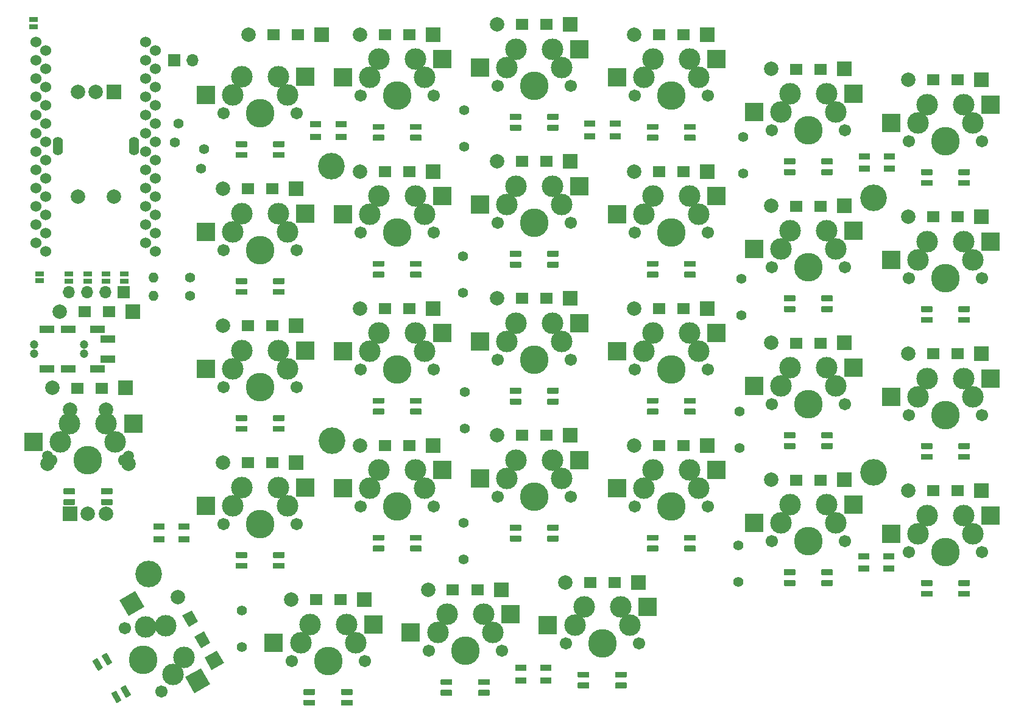
<source format=gbs>
%TF.GenerationSoftware,KiCad,Pcbnew,(5.1.9)-1*%
%TF.CreationDate,2021-12-03T15:32:29+01:00*%
%TF.ProjectId,Lotus58_Glow,4c6f7475-7335-4385-9f47-6c6f772e6b69,v1.21*%
%TF.SameCoordinates,Original*%
%TF.FileFunction,Soldermask,Bot*%
%TF.FilePolarity,Negative*%
%FSLAX46Y46*%
G04 Gerber Fmt 4.6, Leading zero omitted, Abs format (unit mm)*
G04 Created by KiCad (PCBNEW (5.1.9)-1) date 2021-12-03 15:32:29*
%MOMM*%
%LPD*%
G01*
G04 APERTURE LIST*
%ADD10R,2.000000X2.000000*%
%ADD11C,2.000000*%
%ADD12O,1.400000X2.600000*%
%ADD13C,1.524000*%
%ADD14R,1.998980X1.998980*%
%ADD15C,1.998980*%
%ADD16R,1.800000X1.500000*%
%ADD17O,1.700000X1.700000*%
%ADD18R,1.700000X1.700000*%
%ADD19C,1.500000*%
%ADD20R,1.600000X0.850000*%
%ADD21C,1.701800*%
%ADD22C,3.987800*%
%ADD23C,3.000000*%
%ADD24R,2.550000X2.500000*%
%ADD25O,1.400000X1.400000*%
%ADD26C,1.400000*%
%ADD27C,1.397000*%
%ADD28R,1.143000X0.635000*%
%ADD29C,3.700000*%
%ADD30C,0.100000*%
%ADD31C,1.200000*%
%ADD32R,2.100000X1.000000*%
G04 APERTURE END LIST*
D10*
X94067000Y-47094000D03*
D11*
X91567000Y-47094000D03*
X89067000Y-47094000D03*
D12*
X96867000Y-54594000D03*
X86267000Y-54594000D03*
D11*
X94067000Y-61594000D03*
X89067000Y-61594000D03*
D13*
X84584815Y-46405745D03*
X99824815Y-64185745D03*
X84584815Y-56565745D03*
X99824815Y-54025745D03*
X99824815Y-48945745D03*
X84584815Y-66725745D03*
X99824815Y-46405745D03*
X99824815Y-41325745D03*
X84584815Y-61645745D03*
X99824815Y-69265745D03*
X84584815Y-54025745D03*
X84584815Y-43865745D03*
X84584815Y-48945745D03*
X84584815Y-51485745D03*
X84584815Y-64185745D03*
X84584815Y-59105745D03*
X99824815Y-61645745D03*
X99824815Y-59105745D03*
X84584815Y-69265745D03*
X99824815Y-66725745D03*
X99824815Y-43865745D03*
X84584815Y-41325745D03*
X99824815Y-56565745D03*
X99824815Y-51485745D03*
X83286000Y-40130000D03*
X83286000Y-42670000D03*
X83286000Y-45210000D03*
X83286000Y-47750000D03*
X83286000Y-50290000D03*
X83286000Y-52830000D03*
X83286000Y-55370000D03*
X83286000Y-57910000D03*
X83286000Y-60450000D03*
X83286000Y-62990000D03*
X83286000Y-65530000D03*
X83286000Y-68070000D03*
X98526000Y-68070000D03*
X98526000Y-65530000D03*
X98526000Y-62990000D03*
X98526000Y-60450000D03*
X98526000Y-57910000D03*
X98526000Y-55370000D03*
X98526000Y-52830000D03*
X98526000Y-50290000D03*
X98526000Y-47750000D03*
X98526000Y-45210000D03*
X98526000Y-42670000D03*
X98526000Y-40130000D03*
D14*
X96730000Y-77662540D03*
D15*
X86570000Y-77662540D03*
D16*
X93430000Y-77660000D03*
X90030000Y-77660000D03*
D17*
X87820500Y-74943500D03*
X90360500Y-74943500D03*
X92900500Y-74943500D03*
D18*
X95440500Y-74943500D03*
D11*
X96074800Y-98825300D03*
D19*
X96074800Y-97745300D03*
X84874800Y-97745300D03*
D10*
X87974800Y-105785300D03*
D11*
X90474800Y-105785300D03*
X92974800Y-105785300D03*
X87974800Y-91285300D03*
X92974800Y-91285300D03*
X84874800Y-98825300D03*
D20*
X122138500Y-51576000D03*
X122138500Y-53326000D03*
X125638500Y-53326000D03*
X125638500Y-51576000D03*
X160238500Y-51512500D03*
X160238500Y-53262500D03*
X163738500Y-53262500D03*
X163738500Y-51512500D03*
X198402000Y-56021000D03*
X198402000Y-57771000D03*
X201902000Y-57771000D03*
X201902000Y-56021000D03*
X201775000Y-111647000D03*
X201775000Y-113397000D03*
X198275000Y-111647000D03*
X198275000Y-113397000D03*
X154150000Y-128954500D03*
X154150000Y-127204500D03*
X150650000Y-127204500D03*
X150650000Y-128954500D03*
X100358000Y-107519500D03*
X100358000Y-109269500D03*
X103858000Y-109269500D03*
X103858000Y-107519500D03*
D14*
X122960000Y-39107460D03*
D15*
X112800000Y-39107460D03*
D16*
X119660000Y-39110000D03*
X116260000Y-39110000D03*
D21*
X147420000Y-46210000D03*
X157580000Y-46210000D03*
D22*
X152500000Y-46210000D03*
D23*
X148690000Y-43670000D03*
X155040000Y-41130000D03*
X149960000Y-41130000D03*
X156310000Y-43670000D03*
D24*
X158790000Y-41130000D03*
X144940000Y-43670000D03*
D25*
X99568000Y-75438000D03*
D26*
X104648000Y-75438000D03*
D25*
X99568000Y-72898000D03*
D26*
X104648000Y-72898000D03*
D17*
X105030000Y-42660000D03*
D18*
X102490000Y-42660000D03*
D27*
X111840000Y-124300000D03*
X111840000Y-119220000D03*
X180830000Y-110120000D03*
X180830000Y-115200000D03*
X142720000Y-106990000D03*
X142720000Y-112070000D03*
X181000000Y-96620000D03*
X181000000Y-91540000D03*
X142820000Y-93900000D03*
X142820000Y-88820000D03*
X181300000Y-78150000D03*
X181300000Y-73070000D03*
X142570000Y-69940000D03*
X142570000Y-75020000D03*
X181540000Y-58440000D03*
X181540000Y-53360000D03*
X142750000Y-54690000D03*
X142750000Y-49610000D03*
G36*
G01*
X160068000Y-128540001D02*
X158632000Y-128540001D01*
G75*
G02*
X158550000Y-128458001I0J82000D01*
G01*
X158550000Y-127802001D01*
G75*
G02*
X158632000Y-127720001I82000J0D01*
G01*
X160068000Y-127720001D01*
G75*
G02*
X160150000Y-127802001I0J-82000D01*
G01*
X160150000Y-128458001D01*
G75*
G02*
X160068000Y-128540001I-82000J0D01*
G01*
G37*
G36*
G01*
X160068000Y-130040001D02*
X158632000Y-130040001D01*
G75*
G02*
X158550000Y-129958001I0J82000D01*
G01*
X158550000Y-129302001D01*
G75*
G02*
X158632000Y-129220001I82000J0D01*
G01*
X160068000Y-129220001D01*
G75*
G02*
X160150000Y-129302001I0J-82000D01*
G01*
X160150000Y-129958001D01*
G75*
G02*
X160068000Y-130040001I-82000J0D01*
G01*
G37*
G36*
G01*
X165268000Y-128540001D02*
X163832000Y-128540001D01*
G75*
G02*
X163750000Y-128458001I0J82000D01*
G01*
X163750000Y-127802001D01*
G75*
G02*
X163832000Y-127720001I82000J0D01*
G01*
X165268000Y-127720001D01*
G75*
G02*
X165350000Y-127802001I0J-82000D01*
G01*
X165350000Y-128458001D01*
G75*
G02*
X165268000Y-128540001I-82000J0D01*
G01*
G37*
G36*
G01*
X165268000Y-130040001D02*
X163832000Y-130040001D01*
G75*
G02*
X163750000Y-129958001I0J82000D01*
G01*
X163750000Y-129302001D01*
G75*
G02*
X163832000Y-129220001I82000J0D01*
G01*
X165268000Y-129220001D01*
G75*
G02*
X165350000Y-129302001I0J-82000D01*
G01*
X165350000Y-129958001D01*
G75*
G02*
X165268000Y-130040001I-82000J0D01*
G01*
G37*
G36*
G01*
X141015700Y-129568301D02*
X139579700Y-129568301D01*
G75*
G02*
X139497700Y-129486301I0J82000D01*
G01*
X139497700Y-128830301D01*
G75*
G02*
X139579700Y-128748301I82000J0D01*
G01*
X141015700Y-128748301D01*
G75*
G02*
X141097700Y-128830301I0J-82000D01*
G01*
X141097700Y-129486301D01*
G75*
G02*
X141015700Y-129568301I-82000J0D01*
G01*
G37*
G36*
G01*
X141015700Y-131068301D02*
X139579700Y-131068301D01*
G75*
G02*
X139497700Y-130986301I0J82000D01*
G01*
X139497700Y-130330301D01*
G75*
G02*
X139579700Y-130248301I82000J0D01*
G01*
X141015700Y-130248301D01*
G75*
G02*
X141097700Y-130330301I0J-82000D01*
G01*
X141097700Y-130986301D01*
G75*
G02*
X141015700Y-131068301I-82000J0D01*
G01*
G37*
G36*
G01*
X146215700Y-129568301D02*
X144779700Y-129568301D01*
G75*
G02*
X144697700Y-129486301I0J82000D01*
G01*
X144697700Y-128830301D01*
G75*
G02*
X144779700Y-128748301I82000J0D01*
G01*
X146215700Y-128748301D01*
G75*
G02*
X146297700Y-128830301I0J-82000D01*
G01*
X146297700Y-129486301D01*
G75*
G02*
X146215700Y-129568301I-82000J0D01*
G01*
G37*
G36*
G01*
X146215700Y-131068301D02*
X144779700Y-131068301D01*
G75*
G02*
X144697700Y-130986301I0J82000D01*
G01*
X144697700Y-130330301D01*
G75*
G02*
X144779700Y-130248301I82000J0D01*
G01*
X146215700Y-130248301D01*
G75*
G02*
X146297700Y-130330301I0J-82000D01*
G01*
X146297700Y-130986301D01*
G75*
G02*
X146215700Y-131068301I-82000J0D01*
G01*
G37*
G36*
G01*
X121968000Y-130940001D02*
X120532000Y-130940001D01*
G75*
G02*
X120450000Y-130858001I0J82000D01*
G01*
X120450000Y-130202001D01*
G75*
G02*
X120532000Y-130120001I82000J0D01*
G01*
X121968000Y-130120001D01*
G75*
G02*
X122050000Y-130202001I0J-82000D01*
G01*
X122050000Y-130858001D01*
G75*
G02*
X121968000Y-130940001I-82000J0D01*
G01*
G37*
G36*
G01*
X121968000Y-132440001D02*
X120532000Y-132440001D01*
G75*
G02*
X120450000Y-132358001I0J82000D01*
G01*
X120450000Y-131702001D01*
G75*
G02*
X120532000Y-131620001I82000J0D01*
G01*
X121968000Y-131620001D01*
G75*
G02*
X122050000Y-131702001I0J-82000D01*
G01*
X122050000Y-132358001D01*
G75*
G02*
X121968000Y-132440001I-82000J0D01*
G01*
G37*
G36*
G01*
X127168000Y-130940001D02*
X125732000Y-130940001D01*
G75*
G02*
X125650000Y-130858001I0J82000D01*
G01*
X125650000Y-130202001D01*
G75*
G02*
X125732000Y-130120001I82000J0D01*
G01*
X127168000Y-130120001D01*
G75*
G02*
X127250000Y-130202001I0J-82000D01*
G01*
X127250000Y-130858001D01*
G75*
G02*
X127168000Y-130940001I-82000J0D01*
G01*
G37*
G36*
G01*
X127168000Y-132440001D02*
X125732000Y-132440001D01*
G75*
G02*
X125650000Y-132358001I0J82000D01*
G01*
X125650000Y-131702001D01*
G75*
G02*
X125732000Y-131620001I82000J0D01*
G01*
X127168000Y-131620001D01*
G75*
G02*
X127250000Y-131702001I0J-82000D01*
G01*
X127250000Y-132358001D01*
G75*
G02*
X127168000Y-132440001I-82000J0D01*
G01*
G37*
G36*
G01*
X93125039Y-126787639D02*
X92407039Y-125544027D01*
G75*
G02*
X92437053Y-125432013I71014J41000D01*
G01*
X93005165Y-125104013D01*
G75*
G02*
X93117179Y-125134027I41000J-71014D01*
G01*
X93835179Y-126377639D01*
G75*
G02*
X93805165Y-126489653I-71014J-41000D01*
G01*
X93237053Y-126817653D01*
G75*
G02*
X93125039Y-126787639I-41000J71014D01*
G01*
G37*
G36*
G01*
X91826001Y-127537639D02*
X91108001Y-126294027D01*
G75*
G02*
X91138015Y-126182013I71014J41000D01*
G01*
X91706127Y-125854013D01*
G75*
G02*
X91818141Y-125884027I41000J-71014D01*
G01*
X92536141Y-127127639D01*
G75*
G02*
X92506127Y-127239653I-71014J-41000D01*
G01*
X91938015Y-127567653D01*
G75*
G02*
X91826001Y-127537639I-41000J71014D01*
G01*
G37*
G36*
G01*
X95725039Y-131290972D02*
X95007039Y-130047360D01*
G75*
G02*
X95037053Y-129935346I71014J41000D01*
G01*
X95605165Y-129607346D01*
G75*
G02*
X95717179Y-129637360I41000J-71014D01*
G01*
X96435179Y-130880972D01*
G75*
G02*
X96405165Y-130992986I-71014J-41000D01*
G01*
X95837053Y-131320986D01*
G75*
G02*
X95725039Y-131290972I-41000J71014D01*
G01*
G37*
G36*
G01*
X94426001Y-132040972D02*
X93708001Y-130797360D01*
G75*
G02*
X93738015Y-130685346I71014J41000D01*
G01*
X94306127Y-130357346D01*
G75*
G02*
X94418141Y-130387360I41000J-71014D01*
G01*
X95136141Y-131630972D01*
G75*
G02*
X95106127Y-131742986I-71014J-41000D01*
G01*
X94538015Y-132070986D01*
G75*
G02*
X94426001Y-132040972I-41000J71014D01*
G01*
G37*
G36*
G01*
X92356800Y-103705299D02*
X93792800Y-103705299D01*
G75*
G02*
X93874800Y-103787299I0J-82000D01*
G01*
X93874800Y-104443299D01*
G75*
G02*
X93792800Y-104525299I-82000J0D01*
G01*
X92356800Y-104525299D01*
G75*
G02*
X92274800Y-104443299I0J82000D01*
G01*
X92274800Y-103787299D01*
G75*
G02*
X92356800Y-103705299I82000J0D01*
G01*
G37*
G36*
G01*
X92356800Y-102205299D02*
X93792800Y-102205299D01*
G75*
G02*
X93874800Y-102287299I0J-82000D01*
G01*
X93874800Y-102943299D01*
G75*
G02*
X93792800Y-103025299I-82000J0D01*
G01*
X92356800Y-103025299D01*
G75*
G02*
X92274800Y-102943299I0J82000D01*
G01*
X92274800Y-102287299D01*
G75*
G02*
X92356800Y-102205299I82000J0D01*
G01*
G37*
G36*
G01*
X87156800Y-103705299D02*
X88592800Y-103705299D01*
G75*
G02*
X88674800Y-103787299I0J-82000D01*
G01*
X88674800Y-104443299D01*
G75*
G02*
X88592800Y-104525299I-82000J0D01*
G01*
X87156800Y-104525299D01*
G75*
G02*
X87074800Y-104443299I0J82000D01*
G01*
X87074800Y-103787299D01*
G75*
G02*
X87156800Y-103705299I82000J0D01*
G01*
G37*
G36*
G01*
X87156800Y-102205299D02*
X88592800Y-102205299D01*
G75*
G02*
X88674800Y-102287299I0J-82000D01*
G01*
X88674800Y-102943299D01*
G75*
G02*
X88592800Y-103025299I-82000J0D01*
G01*
X87156800Y-103025299D01*
G75*
G02*
X87074800Y-102943299I0J82000D01*
G01*
X87074800Y-102287299D01*
G75*
G02*
X87156800Y-102205299I82000J0D01*
G01*
G37*
G36*
G01*
X211532000Y-116469999D02*
X212968000Y-116469999D01*
G75*
G02*
X213050000Y-116551999I0J-82000D01*
G01*
X213050000Y-117207999D01*
G75*
G02*
X212968000Y-117289999I-82000J0D01*
G01*
X211532000Y-117289999D01*
G75*
G02*
X211450000Y-117207999I0J82000D01*
G01*
X211450000Y-116551999D01*
G75*
G02*
X211532000Y-116469999I82000J0D01*
G01*
G37*
G36*
G01*
X211532000Y-114969999D02*
X212968000Y-114969999D01*
G75*
G02*
X213050000Y-115051999I0J-82000D01*
G01*
X213050000Y-115707999D01*
G75*
G02*
X212968000Y-115789999I-82000J0D01*
G01*
X211532000Y-115789999D01*
G75*
G02*
X211450000Y-115707999I0J82000D01*
G01*
X211450000Y-115051999D01*
G75*
G02*
X211532000Y-114969999I82000J0D01*
G01*
G37*
G36*
G01*
X206332000Y-116469999D02*
X207768000Y-116469999D01*
G75*
G02*
X207850000Y-116551999I0J-82000D01*
G01*
X207850000Y-117207999D01*
G75*
G02*
X207768000Y-117289999I-82000J0D01*
G01*
X206332000Y-117289999D01*
G75*
G02*
X206250000Y-117207999I0J82000D01*
G01*
X206250000Y-116551999D01*
G75*
G02*
X206332000Y-116469999I82000J0D01*
G01*
G37*
G36*
G01*
X206332000Y-114969999D02*
X207768000Y-114969999D01*
G75*
G02*
X207850000Y-115051999I0J-82000D01*
G01*
X207850000Y-115707999D01*
G75*
G02*
X207768000Y-115789999I-82000J0D01*
G01*
X206332000Y-115789999D01*
G75*
G02*
X206250000Y-115707999I0J82000D01*
G01*
X206250000Y-115051999D01*
G75*
G02*
X206332000Y-114969999I82000J0D01*
G01*
G37*
G36*
G01*
X192482000Y-114969999D02*
X193918000Y-114969999D01*
G75*
G02*
X194000000Y-115051999I0J-82000D01*
G01*
X194000000Y-115707999D01*
G75*
G02*
X193918000Y-115789999I-82000J0D01*
G01*
X192482000Y-115789999D01*
G75*
G02*
X192400000Y-115707999I0J82000D01*
G01*
X192400000Y-115051999D01*
G75*
G02*
X192482000Y-114969999I82000J0D01*
G01*
G37*
G36*
G01*
X192482000Y-113469999D02*
X193918000Y-113469999D01*
G75*
G02*
X194000000Y-113551999I0J-82000D01*
G01*
X194000000Y-114207999D01*
G75*
G02*
X193918000Y-114289999I-82000J0D01*
G01*
X192482000Y-114289999D01*
G75*
G02*
X192400000Y-114207999I0J82000D01*
G01*
X192400000Y-113551999D01*
G75*
G02*
X192482000Y-113469999I82000J0D01*
G01*
G37*
G36*
G01*
X187282000Y-114969999D02*
X188718000Y-114969999D01*
G75*
G02*
X188800000Y-115051999I0J-82000D01*
G01*
X188800000Y-115707999D01*
G75*
G02*
X188718000Y-115789999I-82000J0D01*
G01*
X187282000Y-115789999D01*
G75*
G02*
X187200000Y-115707999I0J82000D01*
G01*
X187200000Y-115051999D01*
G75*
G02*
X187282000Y-114969999I82000J0D01*
G01*
G37*
G36*
G01*
X187282000Y-113469999D02*
X188718000Y-113469999D01*
G75*
G02*
X188800000Y-113551999I0J-82000D01*
G01*
X188800000Y-114207999D01*
G75*
G02*
X188718000Y-114289999I-82000J0D01*
G01*
X187282000Y-114289999D01*
G75*
G02*
X187200000Y-114207999I0J82000D01*
G01*
X187200000Y-113551999D01*
G75*
G02*
X187282000Y-113469999I82000J0D01*
G01*
G37*
G36*
G01*
X173432000Y-110169999D02*
X174868000Y-110169999D01*
G75*
G02*
X174950000Y-110251999I0J-82000D01*
G01*
X174950000Y-110907999D01*
G75*
G02*
X174868000Y-110989999I-82000J0D01*
G01*
X173432000Y-110989999D01*
G75*
G02*
X173350000Y-110907999I0J82000D01*
G01*
X173350000Y-110251999D01*
G75*
G02*
X173432000Y-110169999I82000J0D01*
G01*
G37*
G36*
G01*
X173432000Y-108669999D02*
X174868000Y-108669999D01*
G75*
G02*
X174950000Y-108751999I0J-82000D01*
G01*
X174950000Y-109407999D01*
G75*
G02*
X174868000Y-109489999I-82000J0D01*
G01*
X173432000Y-109489999D01*
G75*
G02*
X173350000Y-109407999I0J82000D01*
G01*
X173350000Y-108751999D01*
G75*
G02*
X173432000Y-108669999I82000J0D01*
G01*
G37*
G36*
G01*
X168232000Y-110169999D02*
X169668000Y-110169999D01*
G75*
G02*
X169750000Y-110251999I0J-82000D01*
G01*
X169750000Y-110907999D01*
G75*
G02*
X169668000Y-110989999I-82000J0D01*
G01*
X168232000Y-110989999D01*
G75*
G02*
X168150000Y-110907999I0J82000D01*
G01*
X168150000Y-110251999D01*
G75*
G02*
X168232000Y-110169999I82000J0D01*
G01*
G37*
G36*
G01*
X168232000Y-108669999D02*
X169668000Y-108669999D01*
G75*
G02*
X169750000Y-108751999I0J-82000D01*
G01*
X169750000Y-109407999D01*
G75*
G02*
X169668000Y-109489999I-82000J0D01*
G01*
X168232000Y-109489999D01*
G75*
G02*
X168150000Y-109407999I0J82000D01*
G01*
X168150000Y-108751999D01*
G75*
G02*
X168232000Y-108669999I82000J0D01*
G01*
G37*
G36*
G01*
X154382000Y-108779999D02*
X155818000Y-108779999D01*
G75*
G02*
X155900000Y-108861999I0J-82000D01*
G01*
X155900000Y-109517999D01*
G75*
G02*
X155818000Y-109599999I-82000J0D01*
G01*
X154382000Y-109599999D01*
G75*
G02*
X154300000Y-109517999I0J82000D01*
G01*
X154300000Y-108861999D01*
G75*
G02*
X154382000Y-108779999I82000J0D01*
G01*
G37*
G36*
G01*
X154382000Y-107279999D02*
X155818000Y-107279999D01*
G75*
G02*
X155900000Y-107361999I0J-82000D01*
G01*
X155900000Y-108017999D01*
G75*
G02*
X155818000Y-108099999I-82000J0D01*
G01*
X154382000Y-108099999D01*
G75*
G02*
X154300000Y-108017999I0J82000D01*
G01*
X154300000Y-107361999D01*
G75*
G02*
X154382000Y-107279999I82000J0D01*
G01*
G37*
G36*
G01*
X149182000Y-108779999D02*
X150618000Y-108779999D01*
G75*
G02*
X150700000Y-108861999I0J-82000D01*
G01*
X150700000Y-109517999D01*
G75*
G02*
X150618000Y-109599999I-82000J0D01*
G01*
X149182000Y-109599999D01*
G75*
G02*
X149100000Y-109517999I0J82000D01*
G01*
X149100000Y-108861999D01*
G75*
G02*
X149182000Y-108779999I82000J0D01*
G01*
G37*
G36*
G01*
X149182000Y-107279999D02*
X150618000Y-107279999D01*
G75*
G02*
X150700000Y-107361999I0J-82000D01*
G01*
X150700000Y-108017999D01*
G75*
G02*
X150618000Y-108099999I-82000J0D01*
G01*
X149182000Y-108099999D01*
G75*
G02*
X149100000Y-108017999I0J82000D01*
G01*
X149100000Y-107361999D01*
G75*
G02*
X149182000Y-107279999I82000J0D01*
G01*
G37*
G36*
G01*
X135332000Y-110169999D02*
X136768000Y-110169999D01*
G75*
G02*
X136850000Y-110251999I0J-82000D01*
G01*
X136850000Y-110907999D01*
G75*
G02*
X136768000Y-110989999I-82000J0D01*
G01*
X135332000Y-110989999D01*
G75*
G02*
X135250000Y-110907999I0J82000D01*
G01*
X135250000Y-110251999D01*
G75*
G02*
X135332000Y-110169999I82000J0D01*
G01*
G37*
G36*
G01*
X135332000Y-108669999D02*
X136768000Y-108669999D01*
G75*
G02*
X136850000Y-108751999I0J-82000D01*
G01*
X136850000Y-109407999D01*
G75*
G02*
X136768000Y-109489999I-82000J0D01*
G01*
X135332000Y-109489999D01*
G75*
G02*
X135250000Y-109407999I0J82000D01*
G01*
X135250000Y-108751999D01*
G75*
G02*
X135332000Y-108669999I82000J0D01*
G01*
G37*
G36*
G01*
X130132000Y-110169999D02*
X131568000Y-110169999D01*
G75*
G02*
X131650000Y-110251999I0J-82000D01*
G01*
X131650000Y-110907999D01*
G75*
G02*
X131568000Y-110989999I-82000J0D01*
G01*
X130132000Y-110989999D01*
G75*
G02*
X130050000Y-110907999I0J82000D01*
G01*
X130050000Y-110251999D01*
G75*
G02*
X130132000Y-110169999I82000J0D01*
G01*
G37*
G36*
G01*
X130132000Y-108669999D02*
X131568000Y-108669999D01*
G75*
G02*
X131650000Y-108751999I0J-82000D01*
G01*
X131650000Y-109407999D01*
G75*
G02*
X131568000Y-109489999I-82000J0D01*
G01*
X130132000Y-109489999D01*
G75*
G02*
X130050000Y-109407999I0J82000D01*
G01*
X130050000Y-108751999D01*
G75*
G02*
X130132000Y-108669999I82000J0D01*
G01*
G37*
G36*
G01*
X116282000Y-112569999D02*
X117718000Y-112569999D01*
G75*
G02*
X117800000Y-112651999I0J-82000D01*
G01*
X117800000Y-113307999D01*
G75*
G02*
X117718000Y-113389999I-82000J0D01*
G01*
X116282000Y-113389999D01*
G75*
G02*
X116200000Y-113307999I0J82000D01*
G01*
X116200000Y-112651999D01*
G75*
G02*
X116282000Y-112569999I82000J0D01*
G01*
G37*
G36*
G01*
X116282000Y-111069999D02*
X117718000Y-111069999D01*
G75*
G02*
X117800000Y-111151999I0J-82000D01*
G01*
X117800000Y-111807999D01*
G75*
G02*
X117718000Y-111889999I-82000J0D01*
G01*
X116282000Y-111889999D01*
G75*
G02*
X116200000Y-111807999I0J82000D01*
G01*
X116200000Y-111151999D01*
G75*
G02*
X116282000Y-111069999I82000J0D01*
G01*
G37*
G36*
G01*
X111082000Y-112569999D02*
X112518000Y-112569999D01*
G75*
G02*
X112600000Y-112651999I0J-82000D01*
G01*
X112600000Y-113307999D01*
G75*
G02*
X112518000Y-113389999I-82000J0D01*
G01*
X111082000Y-113389999D01*
G75*
G02*
X111000000Y-113307999I0J82000D01*
G01*
X111000000Y-112651999D01*
G75*
G02*
X111082000Y-112569999I82000J0D01*
G01*
G37*
G36*
G01*
X111082000Y-111069999D02*
X112518000Y-111069999D01*
G75*
G02*
X112600000Y-111151999I0J-82000D01*
G01*
X112600000Y-111807999D01*
G75*
G02*
X112518000Y-111889999I-82000J0D01*
G01*
X111082000Y-111889999D01*
G75*
G02*
X111000000Y-111807999I0J82000D01*
G01*
X111000000Y-111151999D01*
G75*
G02*
X111082000Y-111069999I82000J0D01*
G01*
G37*
G36*
G01*
X207768000Y-96740001D02*
X206332000Y-96740001D01*
G75*
G02*
X206250000Y-96658001I0J82000D01*
G01*
X206250000Y-96002001D01*
G75*
G02*
X206332000Y-95920001I82000J0D01*
G01*
X207768000Y-95920001D01*
G75*
G02*
X207850000Y-96002001I0J-82000D01*
G01*
X207850000Y-96658001D01*
G75*
G02*
X207768000Y-96740001I-82000J0D01*
G01*
G37*
G36*
G01*
X207768000Y-98240001D02*
X206332000Y-98240001D01*
G75*
G02*
X206250000Y-98158001I0J82000D01*
G01*
X206250000Y-97502001D01*
G75*
G02*
X206332000Y-97420001I82000J0D01*
G01*
X207768000Y-97420001D01*
G75*
G02*
X207850000Y-97502001I0J-82000D01*
G01*
X207850000Y-98158001D01*
G75*
G02*
X207768000Y-98240001I-82000J0D01*
G01*
G37*
G36*
G01*
X212968000Y-96740001D02*
X211532000Y-96740001D01*
G75*
G02*
X211450000Y-96658001I0J82000D01*
G01*
X211450000Y-96002001D01*
G75*
G02*
X211532000Y-95920001I82000J0D01*
G01*
X212968000Y-95920001D01*
G75*
G02*
X213050000Y-96002001I0J-82000D01*
G01*
X213050000Y-96658001D01*
G75*
G02*
X212968000Y-96740001I-82000J0D01*
G01*
G37*
G36*
G01*
X212968000Y-98240001D02*
X211532000Y-98240001D01*
G75*
G02*
X211450000Y-98158001I0J82000D01*
G01*
X211450000Y-97502001D01*
G75*
G02*
X211532000Y-97420001I82000J0D01*
G01*
X212968000Y-97420001D01*
G75*
G02*
X213050000Y-97502001I0J-82000D01*
G01*
X213050000Y-98158001D01*
G75*
G02*
X212968000Y-98240001I-82000J0D01*
G01*
G37*
G36*
G01*
X188718000Y-95240001D02*
X187282000Y-95240001D01*
G75*
G02*
X187200000Y-95158001I0J82000D01*
G01*
X187200000Y-94502001D01*
G75*
G02*
X187282000Y-94420001I82000J0D01*
G01*
X188718000Y-94420001D01*
G75*
G02*
X188800000Y-94502001I0J-82000D01*
G01*
X188800000Y-95158001D01*
G75*
G02*
X188718000Y-95240001I-82000J0D01*
G01*
G37*
G36*
G01*
X188718000Y-96740001D02*
X187282000Y-96740001D01*
G75*
G02*
X187200000Y-96658001I0J82000D01*
G01*
X187200000Y-96002001D01*
G75*
G02*
X187282000Y-95920001I82000J0D01*
G01*
X188718000Y-95920001D01*
G75*
G02*
X188800000Y-96002001I0J-82000D01*
G01*
X188800000Y-96658001D01*
G75*
G02*
X188718000Y-96740001I-82000J0D01*
G01*
G37*
G36*
G01*
X193918000Y-95240001D02*
X192482000Y-95240001D01*
G75*
G02*
X192400000Y-95158001I0J82000D01*
G01*
X192400000Y-94502001D01*
G75*
G02*
X192482000Y-94420001I82000J0D01*
G01*
X193918000Y-94420001D01*
G75*
G02*
X194000000Y-94502001I0J-82000D01*
G01*
X194000000Y-95158001D01*
G75*
G02*
X193918000Y-95240001I-82000J0D01*
G01*
G37*
G36*
G01*
X193918000Y-96740001D02*
X192482000Y-96740001D01*
G75*
G02*
X192400000Y-96658001I0J82000D01*
G01*
X192400000Y-96002001D01*
G75*
G02*
X192482000Y-95920001I82000J0D01*
G01*
X193918000Y-95920001D01*
G75*
G02*
X194000000Y-96002001I0J-82000D01*
G01*
X194000000Y-96658001D01*
G75*
G02*
X193918000Y-96740001I-82000J0D01*
G01*
G37*
G36*
G01*
X169668000Y-90440001D02*
X168232000Y-90440001D01*
G75*
G02*
X168150000Y-90358001I0J82000D01*
G01*
X168150000Y-89702001D01*
G75*
G02*
X168232000Y-89620001I82000J0D01*
G01*
X169668000Y-89620001D01*
G75*
G02*
X169750000Y-89702001I0J-82000D01*
G01*
X169750000Y-90358001D01*
G75*
G02*
X169668000Y-90440001I-82000J0D01*
G01*
G37*
G36*
G01*
X169668000Y-91940001D02*
X168232000Y-91940001D01*
G75*
G02*
X168150000Y-91858001I0J82000D01*
G01*
X168150000Y-91202001D01*
G75*
G02*
X168232000Y-91120001I82000J0D01*
G01*
X169668000Y-91120001D01*
G75*
G02*
X169750000Y-91202001I0J-82000D01*
G01*
X169750000Y-91858001D01*
G75*
G02*
X169668000Y-91940001I-82000J0D01*
G01*
G37*
G36*
G01*
X174868000Y-90440001D02*
X173432000Y-90440001D01*
G75*
G02*
X173350000Y-90358001I0J82000D01*
G01*
X173350000Y-89702001D01*
G75*
G02*
X173432000Y-89620001I82000J0D01*
G01*
X174868000Y-89620001D01*
G75*
G02*
X174950000Y-89702001I0J-82000D01*
G01*
X174950000Y-90358001D01*
G75*
G02*
X174868000Y-90440001I-82000J0D01*
G01*
G37*
G36*
G01*
X174868000Y-91940001D02*
X173432000Y-91940001D01*
G75*
G02*
X173350000Y-91858001I0J82000D01*
G01*
X173350000Y-91202001D01*
G75*
G02*
X173432000Y-91120001I82000J0D01*
G01*
X174868000Y-91120001D01*
G75*
G02*
X174950000Y-91202001I0J-82000D01*
G01*
X174950000Y-91858001D01*
G75*
G02*
X174868000Y-91940001I-82000J0D01*
G01*
G37*
G36*
G01*
X150618000Y-89050001D02*
X149182000Y-89050001D01*
G75*
G02*
X149100000Y-88968001I0J82000D01*
G01*
X149100000Y-88312001D01*
G75*
G02*
X149182000Y-88230001I82000J0D01*
G01*
X150618000Y-88230001D01*
G75*
G02*
X150700000Y-88312001I0J-82000D01*
G01*
X150700000Y-88968001D01*
G75*
G02*
X150618000Y-89050001I-82000J0D01*
G01*
G37*
G36*
G01*
X150618000Y-90550001D02*
X149182000Y-90550001D01*
G75*
G02*
X149100000Y-90468001I0J82000D01*
G01*
X149100000Y-89812001D01*
G75*
G02*
X149182000Y-89730001I82000J0D01*
G01*
X150618000Y-89730001D01*
G75*
G02*
X150700000Y-89812001I0J-82000D01*
G01*
X150700000Y-90468001D01*
G75*
G02*
X150618000Y-90550001I-82000J0D01*
G01*
G37*
G36*
G01*
X155818000Y-89050001D02*
X154382000Y-89050001D01*
G75*
G02*
X154300000Y-88968001I0J82000D01*
G01*
X154300000Y-88312001D01*
G75*
G02*
X154382000Y-88230001I82000J0D01*
G01*
X155818000Y-88230001D01*
G75*
G02*
X155900000Y-88312001I0J-82000D01*
G01*
X155900000Y-88968001D01*
G75*
G02*
X155818000Y-89050001I-82000J0D01*
G01*
G37*
G36*
G01*
X155818000Y-90550001D02*
X154382000Y-90550001D01*
G75*
G02*
X154300000Y-90468001I0J82000D01*
G01*
X154300000Y-89812001D01*
G75*
G02*
X154382000Y-89730001I82000J0D01*
G01*
X155818000Y-89730001D01*
G75*
G02*
X155900000Y-89812001I0J-82000D01*
G01*
X155900000Y-90468001D01*
G75*
G02*
X155818000Y-90550001I-82000J0D01*
G01*
G37*
G36*
G01*
X131568000Y-90440001D02*
X130132000Y-90440001D01*
G75*
G02*
X130050000Y-90358001I0J82000D01*
G01*
X130050000Y-89702001D01*
G75*
G02*
X130132000Y-89620001I82000J0D01*
G01*
X131568000Y-89620001D01*
G75*
G02*
X131650000Y-89702001I0J-82000D01*
G01*
X131650000Y-90358001D01*
G75*
G02*
X131568000Y-90440001I-82000J0D01*
G01*
G37*
G36*
G01*
X131568000Y-91940001D02*
X130132000Y-91940001D01*
G75*
G02*
X130050000Y-91858001I0J82000D01*
G01*
X130050000Y-91202001D01*
G75*
G02*
X130132000Y-91120001I82000J0D01*
G01*
X131568000Y-91120001D01*
G75*
G02*
X131650000Y-91202001I0J-82000D01*
G01*
X131650000Y-91858001D01*
G75*
G02*
X131568000Y-91940001I-82000J0D01*
G01*
G37*
G36*
G01*
X136768000Y-90440001D02*
X135332000Y-90440001D01*
G75*
G02*
X135250000Y-90358001I0J82000D01*
G01*
X135250000Y-89702001D01*
G75*
G02*
X135332000Y-89620001I82000J0D01*
G01*
X136768000Y-89620001D01*
G75*
G02*
X136850000Y-89702001I0J-82000D01*
G01*
X136850000Y-90358001D01*
G75*
G02*
X136768000Y-90440001I-82000J0D01*
G01*
G37*
G36*
G01*
X136768000Y-91940001D02*
X135332000Y-91940001D01*
G75*
G02*
X135250000Y-91858001I0J82000D01*
G01*
X135250000Y-91202001D01*
G75*
G02*
X135332000Y-91120001I82000J0D01*
G01*
X136768000Y-91120001D01*
G75*
G02*
X136850000Y-91202001I0J-82000D01*
G01*
X136850000Y-91858001D01*
G75*
G02*
X136768000Y-91940001I-82000J0D01*
G01*
G37*
G36*
G01*
X112518000Y-92840001D02*
X111082000Y-92840001D01*
G75*
G02*
X111000000Y-92758001I0J82000D01*
G01*
X111000000Y-92102001D01*
G75*
G02*
X111082000Y-92020001I82000J0D01*
G01*
X112518000Y-92020001D01*
G75*
G02*
X112600000Y-92102001I0J-82000D01*
G01*
X112600000Y-92758001D01*
G75*
G02*
X112518000Y-92840001I-82000J0D01*
G01*
G37*
G36*
G01*
X112518000Y-94340001D02*
X111082000Y-94340001D01*
G75*
G02*
X111000000Y-94258001I0J82000D01*
G01*
X111000000Y-93602001D01*
G75*
G02*
X111082000Y-93520001I82000J0D01*
G01*
X112518000Y-93520001D01*
G75*
G02*
X112600000Y-93602001I0J-82000D01*
G01*
X112600000Y-94258001D01*
G75*
G02*
X112518000Y-94340001I-82000J0D01*
G01*
G37*
G36*
G01*
X117718000Y-92840001D02*
X116282000Y-92840001D01*
G75*
G02*
X116200000Y-92758001I0J82000D01*
G01*
X116200000Y-92102001D01*
G75*
G02*
X116282000Y-92020001I82000J0D01*
G01*
X117718000Y-92020001D01*
G75*
G02*
X117800000Y-92102001I0J-82000D01*
G01*
X117800000Y-92758001D01*
G75*
G02*
X117718000Y-92840001I-82000J0D01*
G01*
G37*
G36*
G01*
X117718000Y-94340001D02*
X116282000Y-94340001D01*
G75*
G02*
X116200000Y-94258001I0J82000D01*
G01*
X116200000Y-93602001D01*
G75*
G02*
X116282000Y-93520001I82000J0D01*
G01*
X117718000Y-93520001D01*
G75*
G02*
X117800000Y-93602001I0J-82000D01*
G01*
X117800000Y-94258001D01*
G75*
G02*
X117718000Y-94340001I-82000J0D01*
G01*
G37*
G36*
G01*
X211532000Y-78369999D02*
X212968000Y-78369999D01*
G75*
G02*
X213050000Y-78451999I0J-82000D01*
G01*
X213050000Y-79107999D01*
G75*
G02*
X212968000Y-79189999I-82000J0D01*
G01*
X211532000Y-79189999D01*
G75*
G02*
X211450000Y-79107999I0J82000D01*
G01*
X211450000Y-78451999D01*
G75*
G02*
X211532000Y-78369999I82000J0D01*
G01*
G37*
G36*
G01*
X211532000Y-76869999D02*
X212968000Y-76869999D01*
G75*
G02*
X213050000Y-76951999I0J-82000D01*
G01*
X213050000Y-77607999D01*
G75*
G02*
X212968000Y-77689999I-82000J0D01*
G01*
X211532000Y-77689999D01*
G75*
G02*
X211450000Y-77607999I0J82000D01*
G01*
X211450000Y-76951999D01*
G75*
G02*
X211532000Y-76869999I82000J0D01*
G01*
G37*
G36*
G01*
X206332000Y-78369999D02*
X207768000Y-78369999D01*
G75*
G02*
X207850000Y-78451999I0J-82000D01*
G01*
X207850000Y-79107999D01*
G75*
G02*
X207768000Y-79189999I-82000J0D01*
G01*
X206332000Y-79189999D01*
G75*
G02*
X206250000Y-79107999I0J82000D01*
G01*
X206250000Y-78451999D01*
G75*
G02*
X206332000Y-78369999I82000J0D01*
G01*
G37*
G36*
G01*
X206332000Y-76869999D02*
X207768000Y-76869999D01*
G75*
G02*
X207850000Y-76951999I0J-82000D01*
G01*
X207850000Y-77607999D01*
G75*
G02*
X207768000Y-77689999I-82000J0D01*
G01*
X206332000Y-77689999D01*
G75*
G02*
X206250000Y-77607999I0J82000D01*
G01*
X206250000Y-76951999D01*
G75*
G02*
X206332000Y-76869999I82000J0D01*
G01*
G37*
G36*
G01*
X192482000Y-76869999D02*
X193918000Y-76869999D01*
G75*
G02*
X194000000Y-76951999I0J-82000D01*
G01*
X194000000Y-77607999D01*
G75*
G02*
X193918000Y-77689999I-82000J0D01*
G01*
X192482000Y-77689999D01*
G75*
G02*
X192400000Y-77607999I0J82000D01*
G01*
X192400000Y-76951999D01*
G75*
G02*
X192482000Y-76869999I82000J0D01*
G01*
G37*
G36*
G01*
X192482000Y-75369999D02*
X193918000Y-75369999D01*
G75*
G02*
X194000000Y-75451999I0J-82000D01*
G01*
X194000000Y-76107999D01*
G75*
G02*
X193918000Y-76189999I-82000J0D01*
G01*
X192482000Y-76189999D01*
G75*
G02*
X192400000Y-76107999I0J82000D01*
G01*
X192400000Y-75451999D01*
G75*
G02*
X192482000Y-75369999I82000J0D01*
G01*
G37*
G36*
G01*
X187282000Y-76869999D02*
X188718000Y-76869999D01*
G75*
G02*
X188800000Y-76951999I0J-82000D01*
G01*
X188800000Y-77607999D01*
G75*
G02*
X188718000Y-77689999I-82000J0D01*
G01*
X187282000Y-77689999D01*
G75*
G02*
X187200000Y-77607999I0J82000D01*
G01*
X187200000Y-76951999D01*
G75*
G02*
X187282000Y-76869999I82000J0D01*
G01*
G37*
G36*
G01*
X187282000Y-75369999D02*
X188718000Y-75369999D01*
G75*
G02*
X188800000Y-75451999I0J-82000D01*
G01*
X188800000Y-76107999D01*
G75*
G02*
X188718000Y-76189999I-82000J0D01*
G01*
X187282000Y-76189999D01*
G75*
G02*
X187200000Y-76107999I0J82000D01*
G01*
X187200000Y-75451999D01*
G75*
G02*
X187282000Y-75369999I82000J0D01*
G01*
G37*
G36*
G01*
X173432000Y-72069999D02*
X174868000Y-72069999D01*
G75*
G02*
X174950000Y-72151999I0J-82000D01*
G01*
X174950000Y-72807999D01*
G75*
G02*
X174868000Y-72889999I-82000J0D01*
G01*
X173432000Y-72889999D01*
G75*
G02*
X173350000Y-72807999I0J82000D01*
G01*
X173350000Y-72151999D01*
G75*
G02*
X173432000Y-72069999I82000J0D01*
G01*
G37*
G36*
G01*
X173432000Y-70569999D02*
X174868000Y-70569999D01*
G75*
G02*
X174950000Y-70651999I0J-82000D01*
G01*
X174950000Y-71307999D01*
G75*
G02*
X174868000Y-71389999I-82000J0D01*
G01*
X173432000Y-71389999D01*
G75*
G02*
X173350000Y-71307999I0J82000D01*
G01*
X173350000Y-70651999D01*
G75*
G02*
X173432000Y-70569999I82000J0D01*
G01*
G37*
G36*
G01*
X168232000Y-72069999D02*
X169668000Y-72069999D01*
G75*
G02*
X169750000Y-72151999I0J-82000D01*
G01*
X169750000Y-72807999D01*
G75*
G02*
X169668000Y-72889999I-82000J0D01*
G01*
X168232000Y-72889999D01*
G75*
G02*
X168150000Y-72807999I0J82000D01*
G01*
X168150000Y-72151999D01*
G75*
G02*
X168232000Y-72069999I82000J0D01*
G01*
G37*
G36*
G01*
X168232000Y-70569999D02*
X169668000Y-70569999D01*
G75*
G02*
X169750000Y-70651999I0J-82000D01*
G01*
X169750000Y-71307999D01*
G75*
G02*
X169668000Y-71389999I-82000J0D01*
G01*
X168232000Y-71389999D01*
G75*
G02*
X168150000Y-71307999I0J82000D01*
G01*
X168150000Y-70651999D01*
G75*
G02*
X168232000Y-70569999I82000J0D01*
G01*
G37*
G36*
G01*
X154382000Y-70679999D02*
X155818000Y-70679999D01*
G75*
G02*
X155900000Y-70761999I0J-82000D01*
G01*
X155900000Y-71417999D01*
G75*
G02*
X155818000Y-71499999I-82000J0D01*
G01*
X154382000Y-71499999D01*
G75*
G02*
X154300000Y-71417999I0J82000D01*
G01*
X154300000Y-70761999D01*
G75*
G02*
X154382000Y-70679999I82000J0D01*
G01*
G37*
G36*
G01*
X154382000Y-69179999D02*
X155818000Y-69179999D01*
G75*
G02*
X155900000Y-69261999I0J-82000D01*
G01*
X155900000Y-69917999D01*
G75*
G02*
X155818000Y-69999999I-82000J0D01*
G01*
X154382000Y-69999999D01*
G75*
G02*
X154300000Y-69917999I0J82000D01*
G01*
X154300000Y-69261999D01*
G75*
G02*
X154382000Y-69179999I82000J0D01*
G01*
G37*
G36*
G01*
X149182000Y-70679999D02*
X150618000Y-70679999D01*
G75*
G02*
X150700000Y-70761999I0J-82000D01*
G01*
X150700000Y-71417999D01*
G75*
G02*
X150618000Y-71499999I-82000J0D01*
G01*
X149182000Y-71499999D01*
G75*
G02*
X149100000Y-71417999I0J82000D01*
G01*
X149100000Y-70761999D01*
G75*
G02*
X149182000Y-70679999I82000J0D01*
G01*
G37*
G36*
G01*
X149182000Y-69179999D02*
X150618000Y-69179999D01*
G75*
G02*
X150700000Y-69261999I0J-82000D01*
G01*
X150700000Y-69917999D01*
G75*
G02*
X150618000Y-69999999I-82000J0D01*
G01*
X149182000Y-69999999D01*
G75*
G02*
X149100000Y-69917999I0J82000D01*
G01*
X149100000Y-69261999D01*
G75*
G02*
X149182000Y-69179999I82000J0D01*
G01*
G37*
G36*
G01*
X135332000Y-72069999D02*
X136768000Y-72069999D01*
G75*
G02*
X136850000Y-72151999I0J-82000D01*
G01*
X136850000Y-72807999D01*
G75*
G02*
X136768000Y-72889999I-82000J0D01*
G01*
X135332000Y-72889999D01*
G75*
G02*
X135250000Y-72807999I0J82000D01*
G01*
X135250000Y-72151999D01*
G75*
G02*
X135332000Y-72069999I82000J0D01*
G01*
G37*
G36*
G01*
X135332000Y-70569999D02*
X136768000Y-70569999D01*
G75*
G02*
X136850000Y-70651999I0J-82000D01*
G01*
X136850000Y-71307999D01*
G75*
G02*
X136768000Y-71389999I-82000J0D01*
G01*
X135332000Y-71389999D01*
G75*
G02*
X135250000Y-71307999I0J82000D01*
G01*
X135250000Y-70651999D01*
G75*
G02*
X135332000Y-70569999I82000J0D01*
G01*
G37*
G36*
G01*
X130132000Y-72069999D02*
X131568000Y-72069999D01*
G75*
G02*
X131650000Y-72151999I0J-82000D01*
G01*
X131650000Y-72807999D01*
G75*
G02*
X131568000Y-72889999I-82000J0D01*
G01*
X130132000Y-72889999D01*
G75*
G02*
X130050000Y-72807999I0J82000D01*
G01*
X130050000Y-72151999D01*
G75*
G02*
X130132000Y-72069999I82000J0D01*
G01*
G37*
G36*
G01*
X130132000Y-70569999D02*
X131568000Y-70569999D01*
G75*
G02*
X131650000Y-70651999I0J-82000D01*
G01*
X131650000Y-71307999D01*
G75*
G02*
X131568000Y-71389999I-82000J0D01*
G01*
X130132000Y-71389999D01*
G75*
G02*
X130050000Y-71307999I0J82000D01*
G01*
X130050000Y-70651999D01*
G75*
G02*
X130132000Y-70569999I82000J0D01*
G01*
G37*
G36*
G01*
X116282000Y-74469999D02*
X117718000Y-74469999D01*
G75*
G02*
X117800000Y-74551999I0J-82000D01*
G01*
X117800000Y-75207999D01*
G75*
G02*
X117718000Y-75289999I-82000J0D01*
G01*
X116282000Y-75289999D01*
G75*
G02*
X116200000Y-75207999I0J82000D01*
G01*
X116200000Y-74551999D01*
G75*
G02*
X116282000Y-74469999I82000J0D01*
G01*
G37*
G36*
G01*
X116282000Y-72969999D02*
X117718000Y-72969999D01*
G75*
G02*
X117800000Y-73051999I0J-82000D01*
G01*
X117800000Y-73707999D01*
G75*
G02*
X117718000Y-73789999I-82000J0D01*
G01*
X116282000Y-73789999D01*
G75*
G02*
X116200000Y-73707999I0J82000D01*
G01*
X116200000Y-73051999D01*
G75*
G02*
X116282000Y-72969999I82000J0D01*
G01*
G37*
G36*
G01*
X111082000Y-74469999D02*
X112518000Y-74469999D01*
G75*
G02*
X112600000Y-74551999I0J-82000D01*
G01*
X112600000Y-75207999D01*
G75*
G02*
X112518000Y-75289999I-82000J0D01*
G01*
X111082000Y-75289999D01*
G75*
G02*
X111000000Y-75207999I0J82000D01*
G01*
X111000000Y-74551999D01*
G75*
G02*
X111082000Y-74469999I82000J0D01*
G01*
G37*
G36*
G01*
X111082000Y-72969999D02*
X112518000Y-72969999D01*
G75*
G02*
X112600000Y-73051999I0J-82000D01*
G01*
X112600000Y-73707999D01*
G75*
G02*
X112518000Y-73789999I-82000J0D01*
G01*
X111082000Y-73789999D01*
G75*
G02*
X111000000Y-73707999I0J82000D01*
G01*
X111000000Y-73051999D01*
G75*
G02*
X111082000Y-72969999I82000J0D01*
G01*
G37*
G36*
G01*
X207768000Y-58640001D02*
X206332000Y-58640001D01*
G75*
G02*
X206250000Y-58558001I0J82000D01*
G01*
X206250000Y-57902001D01*
G75*
G02*
X206332000Y-57820001I82000J0D01*
G01*
X207768000Y-57820001D01*
G75*
G02*
X207850000Y-57902001I0J-82000D01*
G01*
X207850000Y-58558001D01*
G75*
G02*
X207768000Y-58640001I-82000J0D01*
G01*
G37*
G36*
G01*
X207768000Y-60140001D02*
X206332000Y-60140001D01*
G75*
G02*
X206250000Y-60058001I0J82000D01*
G01*
X206250000Y-59402001D01*
G75*
G02*
X206332000Y-59320001I82000J0D01*
G01*
X207768000Y-59320001D01*
G75*
G02*
X207850000Y-59402001I0J-82000D01*
G01*
X207850000Y-60058001D01*
G75*
G02*
X207768000Y-60140001I-82000J0D01*
G01*
G37*
G36*
G01*
X212968000Y-58640001D02*
X211532000Y-58640001D01*
G75*
G02*
X211450000Y-58558001I0J82000D01*
G01*
X211450000Y-57902001D01*
G75*
G02*
X211532000Y-57820001I82000J0D01*
G01*
X212968000Y-57820001D01*
G75*
G02*
X213050000Y-57902001I0J-82000D01*
G01*
X213050000Y-58558001D01*
G75*
G02*
X212968000Y-58640001I-82000J0D01*
G01*
G37*
G36*
G01*
X212968000Y-60140001D02*
X211532000Y-60140001D01*
G75*
G02*
X211450000Y-60058001I0J82000D01*
G01*
X211450000Y-59402001D01*
G75*
G02*
X211532000Y-59320001I82000J0D01*
G01*
X212968000Y-59320001D01*
G75*
G02*
X213050000Y-59402001I0J-82000D01*
G01*
X213050000Y-60058001D01*
G75*
G02*
X212968000Y-60140001I-82000J0D01*
G01*
G37*
G36*
G01*
X188718000Y-57140001D02*
X187282000Y-57140001D01*
G75*
G02*
X187200000Y-57058001I0J82000D01*
G01*
X187200000Y-56402001D01*
G75*
G02*
X187282000Y-56320001I82000J0D01*
G01*
X188718000Y-56320001D01*
G75*
G02*
X188800000Y-56402001I0J-82000D01*
G01*
X188800000Y-57058001D01*
G75*
G02*
X188718000Y-57140001I-82000J0D01*
G01*
G37*
G36*
G01*
X188718000Y-58640001D02*
X187282000Y-58640001D01*
G75*
G02*
X187200000Y-58558001I0J82000D01*
G01*
X187200000Y-57902001D01*
G75*
G02*
X187282000Y-57820001I82000J0D01*
G01*
X188718000Y-57820001D01*
G75*
G02*
X188800000Y-57902001I0J-82000D01*
G01*
X188800000Y-58558001D01*
G75*
G02*
X188718000Y-58640001I-82000J0D01*
G01*
G37*
G36*
G01*
X193918000Y-57140001D02*
X192482000Y-57140001D01*
G75*
G02*
X192400000Y-57058001I0J82000D01*
G01*
X192400000Y-56402001D01*
G75*
G02*
X192482000Y-56320001I82000J0D01*
G01*
X193918000Y-56320001D01*
G75*
G02*
X194000000Y-56402001I0J-82000D01*
G01*
X194000000Y-57058001D01*
G75*
G02*
X193918000Y-57140001I-82000J0D01*
G01*
G37*
G36*
G01*
X193918000Y-58640001D02*
X192482000Y-58640001D01*
G75*
G02*
X192400000Y-58558001I0J82000D01*
G01*
X192400000Y-57902001D01*
G75*
G02*
X192482000Y-57820001I82000J0D01*
G01*
X193918000Y-57820001D01*
G75*
G02*
X194000000Y-57902001I0J-82000D01*
G01*
X194000000Y-58558001D01*
G75*
G02*
X193918000Y-58640001I-82000J0D01*
G01*
G37*
G36*
G01*
X169668000Y-52340001D02*
X168232000Y-52340001D01*
G75*
G02*
X168150000Y-52258001I0J82000D01*
G01*
X168150000Y-51602001D01*
G75*
G02*
X168232000Y-51520001I82000J0D01*
G01*
X169668000Y-51520001D01*
G75*
G02*
X169750000Y-51602001I0J-82000D01*
G01*
X169750000Y-52258001D01*
G75*
G02*
X169668000Y-52340001I-82000J0D01*
G01*
G37*
G36*
G01*
X169668000Y-53840001D02*
X168232000Y-53840001D01*
G75*
G02*
X168150000Y-53758001I0J82000D01*
G01*
X168150000Y-53102001D01*
G75*
G02*
X168232000Y-53020001I82000J0D01*
G01*
X169668000Y-53020001D01*
G75*
G02*
X169750000Y-53102001I0J-82000D01*
G01*
X169750000Y-53758001D01*
G75*
G02*
X169668000Y-53840001I-82000J0D01*
G01*
G37*
G36*
G01*
X174868000Y-52340001D02*
X173432000Y-52340001D01*
G75*
G02*
X173350000Y-52258001I0J82000D01*
G01*
X173350000Y-51602001D01*
G75*
G02*
X173432000Y-51520001I82000J0D01*
G01*
X174868000Y-51520001D01*
G75*
G02*
X174950000Y-51602001I0J-82000D01*
G01*
X174950000Y-52258001D01*
G75*
G02*
X174868000Y-52340001I-82000J0D01*
G01*
G37*
G36*
G01*
X174868000Y-53840001D02*
X173432000Y-53840001D01*
G75*
G02*
X173350000Y-53758001I0J82000D01*
G01*
X173350000Y-53102001D01*
G75*
G02*
X173432000Y-53020001I82000J0D01*
G01*
X174868000Y-53020001D01*
G75*
G02*
X174950000Y-53102001I0J-82000D01*
G01*
X174950000Y-53758001D01*
G75*
G02*
X174868000Y-53840001I-82000J0D01*
G01*
G37*
G36*
G01*
X150618000Y-50950001D02*
X149182000Y-50950001D01*
G75*
G02*
X149100000Y-50868001I0J82000D01*
G01*
X149100000Y-50212001D01*
G75*
G02*
X149182000Y-50130001I82000J0D01*
G01*
X150618000Y-50130001D01*
G75*
G02*
X150700000Y-50212001I0J-82000D01*
G01*
X150700000Y-50868001D01*
G75*
G02*
X150618000Y-50950001I-82000J0D01*
G01*
G37*
G36*
G01*
X150618000Y-52450001D02*
X149182000Y-52450001D01*
G75*
G02*
X149100000Y-52368001I0J82000D01*
G01*
X149100000Y-51712001D01*
G75*
G02*
X149182000Y-51630001I82000J0D01*
G01*
X150618000Y-51630001D01*
G75*
G02*
X150700000Y-51712001I0J-82000D01*
G01*
X150700000Y-52368001D01*
G75*
G02*
X150618000Y-52450001I-82000J0D01*
G01*
G37*
G36*
G01*
X155818000Y-50950001D02*
X154382000Y-50950001D01*
G75*
G02*
X154300000Y-50868001I0J82000D01*
G01*
X154300000Y-50212001D01*
G75*
G02*
X154382000Y-50130001I82000J0D01*
G01*
X155818000Y-50130001D01*
G75*
G02*
X155900000Y-50212001I0J-82000D01*
G01*
X155900000Y-50868001D01*
G75*
G02*
X155818000Y-50950001I-82000J0D01*
G01*
G37*
G36*
G01*
X155818000Y-52450001D02*
X154382000Y-52450001D01*
G75*
G02*
X154300000Y-52368001I0J82000D01*
G01*
X154300000Y-51712001D01*
G75*
G02*
X154382000Y-51630001I82000J0D01*
G01*
X155818000Y-51630001D01*
G75*
G02*
X155900000Y-51712001I0J-82000D01*
G01*
X155900000Y-52368001D01*
G75*
G02*
X155818000Y-52450001I-82000J0D01*
G01*
G37*
G36*
G01*
X131568000Y-52340001D02*
X130132000Y-52340001D01*
G75*
G02*
X130050000Y-52258001I0J82000D01*
G01*
X130050000Y-51602001D01*
G75*
G02*
X130132000Y-51520001I82000J0D01*
G01*
X131568000Y-51520001D01*
G75*
G02*
X131650000Y-51602001I0J-82000D01*
G01*
X131650000Y-52258001D01*
G75*
G02*
X131568000Y-52340001I-82000J0D01*
G01*
G37*
G36*
G01*
X131568000Y-53840001D02*
X130132000Y-53840001D01*
G75*
G02*
X130050000Y-53758001I0J82000D01*
G01*
X130050000Y-53102001D01*
G75*
G02*
X130132000Y-53020001I82000J0D01*
G01*
X131568000Y-53020001D01*
G75*
G02*
X131650000Y-53102001I0J-82000D01*
G01*
X131650000Y-53758001D01*
G75*
G02*
X131568000Y-53840001I-82000J0D01*
G01*
G37*
G36*
G01*
X136768000Y-52340001D02*
X135332000Y-52340001D01*
G75*
G02*
X135250000Y-52258001I0J82000D01*
G01*
X135250000Y-51602001D01*
G75*
G02*
X135332000Y-51520001I82000J0D01*
G01*
X136768000Y-51520001D01*
G75*
G02*
X136850000Y-51602001I0J-82000D01*
G01*
X136850000Y-52258001D01*
G75*
G02*
X136768000Y-52340001I-82000J0D01*
G01*
G37*
G36*
G01*
X136768000Y-53840001D02*
X135332000Y-53840001D01*
G75*
G02*
X135250000Y-53758001I0J82000D01*
G01*
X135250000Y-53102001D01*
G75*
G02*
X135332000Y-53020001I82000J0D01*
G01*
X136768000Y-53020001D01*
G75*
G02*
X136850000Y-53102001I0J-82000D01*
G01*
X136850000Y-53758001D01*
G75*
G02*
X136768000Y-53840001I-82000J0D01*
G01*
G37*
G36*
G01*
X112518000Y-54740001D02*
X111082000Y-54740001D01*
G75*
G02*
X111000000Y-54658001I0J82000D01*
G01*
X111000000Y-54002001D01*
G75*
G02*
X111082000Y-53920001I82000J0D01*
G01*
X112518000Y-53920001D01*
G75*
G02*
X112600000Y-54002001I0J-82000D01*
G01*
X112600000Y-54658001D01*
G75*
G02*
X112518000Y-54740001I-82000J0D01*
G01*
G37*
G36*
G01*
X112518000Y-56240001D02*
X111082000Y-56240001D01*
G75*
G02*
X111000000Y-56158001I0J82000D01*
G01*
X111000000Y-55502001D01*
G75*
G02*
X111082000Y-55420001I82000J0D01*
G01*
X112518000Y-55420001D01*
G75*
G02*
X112600000Y-55502001I0J-82000D01*
G01*
X112600000Y-56158001D01*
G75*
G02*
X112518000Y-56240001I-82000J0D01*
G01*
G37*
G36*
G01*
X117718000Y-54740001D02*
X116282000Y-54740001D01*
G75*
G02*
X116200000Y-54658001I0J82000D01*
G01*
X116200000Y-54002001D01*
G75*
G02*
X116282000Y-53920001I82000J0D01*
G01*
X117718000Y-53920001D01*
G75*
G02*
X117800000Y-54002001I0J-82000D01*
G01*
X117800000Y-54658001D01*
G75*
G02*
X117718000Y-54740001I-82000J0D01*
G01*
G37*
G36*
G01*
X117718000Y-56240001D02*
X116282000Y-56240001D01*
G75*
G02*
X116200000Y-56158001I0J82000D01*
G01*
X116200000Y-55502001D01*
G75*
G02*
X116282000Y-55420001I82000J0D01*
G01*
X117718000Y-55420001D01*
G75*
G02*
X117800000Y-55502001I0J-82000D01*
G01*
X117800000Y-56158001D01*
G75*
G02*
X117718000Y-56240001I-82000J0D01*
G01*
G37*
D28*
X82910000Y-37009620D03*
X82910000Y-38010380D03*
D29*
X98894900Y-114109500D03*
X199700000Y-100000000D03*
X124396500Y-95567500D03*
X199700000Y-61800000D03*
X124325380Y-57409080D03*
D21*
X166470000Y-47600000D03*
X176630000Y-47600000D03*
D22*
X171550000Y-47600000D03*
D23*
X167740000Y-45060000D03*
X174090000Y-42520000D03*
X169010000Y-42520000D03*
X175360000Y-45060000D03*
D24*
X177840000Y-42520000D03*
X163990000Y-45060000D03*
D21*
X156870000Y-123800000D03*
X167030000Y-123800000D03*
D22*
X161950000Y-123800000D03*
D23*
X158140000Y-121260000D03*
X164490000Y-118720000D03*
X159410000Y-118720000D03*
X165760000Y-121260000D03*
D24*
X168240000Y-118720000D03*
X154390000Y-121260000D03*
D21*
X137817700Y-124828300D03*
X147977700Y-124828300D03*
D22*
X142897700Y-124828300D03*
D23*
X139087700Y-122288300D03*
X145437700Y-119748300D03*
X140357700Y-119748300D03*
X146707700Y-122288300D03*
D24*
X149187700Y-119748300D03*
X135337700Y-122288300D03*
D21*
X118770000Y-126200000D03*
X128930000Y-126200000D03*
D22*
X123850000Y-126200000D03*
D23*
X120040000Y-123660000D03*
X126390000Y-121120000D03*
X121310000Y-121120000D03*
X127660000Y-123660000D03*
D24*
X130140000Y-121120000D03*
X116290000Y-123660000D03*
D21*
X95631000Y-121648091D03*
X100711000Y-130446909D03*
D22*
X98171000Y-126047500D03*
D23*
X98465705Y-121477943D03*
X103840409Y-125707205D03*
X101300409Y-121307795D03*
X102275705Y-128077057D03*
D30*
G36*
X103995377Y-128475618D02*
G01*
X106160441Y-127225618D01*
X107435441Y-129433982D01*
X105270377Y-130683982D01*
X103995377Y-128475618D01*
G37*
G36*
X94870673Y-117751166D02*
G01*
X97035737Y-116501166D01*
X98310737Y-118709530D01*
X96145673Y-119959530D01*
X94870673Y-117751166D01*
G37*
D21*
X85394800Y-98285300D03*
X95554800Y-98285300D03*
D22*
X90474800Y-98285300D03*
D23*
X86664800Y-95745300D03*
X93014800Y-93205300D03*
X87934800Y-93205300D03*
X94284800Y-95745300D03*
D24*
X96764800Y-93205300D03*
X82914800Y-95745300D03*
D21*
X204570000Y-111050000D03*
X214730000Y-111050000D03*
D22*
X209650000Y-111050000D03*
D23*
X205840000Y-108510000D03*
X212190000Y-105970000D03*
X207110000Y-105970000D03*
X213460000Y-108510000D03*
D24*
X215940000Y-105970000D03*
X202090000Y-108510000D03*
D21*
X185520000Y-109550000D03*
X195680000Y-109550000D03*
D22*
X190600000Y-109550000D03*
D23*
X186790000Y-107010000D03*
X193140000Y-104470000D03*
X188060000Y-104470000D03*
X194410000Y-107010000D03*
D24*
X196890000Y-104470000D03*
X183040000Y-107010000D03*
D21*
X166470000Y-104750000D03*
X176630000Y-104750000D03*
D22*
X171550000Y-104750000D03*
D23*
X167740000Y-102210000D03*
X174090000Y-99670000D03*
X169010000Y-99670000D03*
X175360000Y-102210000D03*
D24*
X177840000Y-99670000D03*
X163990000Y-102210000D03*
D21*
X147420000Y-103360000D03*
X157580000Y-103360000D03*
D22*
X152500000Y-103360000D03*
D23*
X148690000Y-100820000D03*
X155040000Y-98280000D03*
X149960000Y-98280000D03*
X156310000Y-100820000D03*
D24*
X158790000Y-98280000D03*
X144940000Y-100820000D03*
D21*
X128370000Y-104750000D03*
X138530000Y-104750000D03*
D22*
X133450000Y-104750000D03*
D23*
X129640000Y-102210000D03*
X135990000Y-99670000D03*
X130910000Y-99670000D03*
X137260000Y-102210000D03*
D24*
X139740000Y-99670000D03*
X125890000Y-102210000D03*
D21*
X109320000Y-107150000D03*
X119480000Y-107150000D03*
D22*
X114400000Y-107150000D03*
D23*
X110590000Y-104610000D03*
X116940000Y-102070000D03*
X111860000Y-102070000D03*
X118210000Y-104610000D03*
D24*
X120690000Y-102070000D03*
X106840000Y-104610000D03*
D21*
X204570000Y-92000000D03*
X214730000Y-92000000D03*
D22*
X209650000Y-92000000D03*
D23*
X205840000Y-89460000D03*
X212190000Y-86920000D03*
X207110000Y-86920000D03*
X213460000Y-89460000D03*
D24*
X215940000Y-86920000D03*
X202090000Y-89460000D03*
D21*
X185520000Y-90500000D03*
X195680000Y-90500000D03*
D22*
X190600000Y-90500000D03*
D23*
X186790000Y-87960000D03*
X193140000Y-85420000D03*
X188060000Y-85420000D03*
X194410000Y-87960000D03*
D24*
X196890000Y-85420000D03*
X183040000Y-87960000D03*
D21*
X166470000Y-85700000D03*
X176630000Y-85700000D03*
D22*
X171550000Y-85700000D03*
D23*
X167740000Y-83160000D03*
X174090000Y-80620000D03*
X169010000Y-80620000D03*
X175360000Y-83160000D03*
D24*
X177840000Y-80620000D03*
X163990000Y-83160000D03*
D21*
X147420000Y-84310000D03*
X157580000Y-84310000D03*
D22*
X152500000Y-84310000D03*
D23*
X148690000Y-81770000D03*
X155040000Y-79230000D03*
X149960000Y-79230000D03*
X156310000Y-81770000D03*
D24*
X158790000Y-79230000D03*
X144940000Y-81770000D03*
D21*
X128370000Y-85700000D03*
X138530000Y-85700000D03*
D22*
X133450000Y-85700000D03*
D23*
X129640000Y-83160000D03*
X135990000Y-80620000D03*
X130910000Y-80620000D03*
X137260000Y-83160000D03*
D24*
X139740000Y-80620000D03*
X125890000Y-83160000D03*
D21*
X109320000Y-88100000D03*
X119480000Y-88100000D03*
D22*
X114400000Y-88100000D03*
D23*
X110590000Y-85560000D03*
X116940000Y-83020000D03*
X111860000Y-83020000D03*
X118210000Y-85560000D03*
D24*
X120690000Y-83020000D03*
X106840000Y-85560000D03*
D21*
X204570000Y-72950000D03*
X214730000Y-72950000D03*
D22*
X209650000Y-72950000D03*
D23*
X205840000Y-70410000D03*
X212190000Y-67870000D03*
X207110000Y-67870000D03*
X213460000Y-70410000D03*
D24*
X215940000Y-67870000D03*
X202090000Y-70410000D03*
D21*
X185520000Y-71450000D03*
X195680000Y-71450000D03*
D22*
X190600000Y-71450000D03*
D23*
X186790000Y-68910000D03*
X193140000Y-66370000D03*
X188060000Y-66370000D03*
X194410000Y-68910000D03*
D24*
X196890000Y-66370000D03*
X183040000Y-68910000D03*
D21*
X166470000Y-66650000D03*
X176630000Y-66650000D03*
D22*
X171550000Y-66650000D03*
D23*
X167740000Y-64110000D03*
X174090000Y-61570000D03*
X169010000Y-61570000D03*
X175360000Y-64110000D03*
D24*
X177840000Y-61570000D03*
X163990000Y-64110000D03*
D21*
X147420000Y-65260000D03*
X157580000Y-65260000D03*
D22*
X152500000Y-65260000D03*
D23*
X148690000Y-62720000D03*
X155040000Y-60180000D03*
X149960000Y-60180000D03*
X156310000Y-62720000D03*
D24*
X158790000Y-60180000D03*
X144940000Y-62720000D03*
D21*
X128370000Y-66650000D03*
X138530000Y-66650000D03*
D22*
X133450000Y-66650000D03*
D23*
X129640000Y-64110000D03*
X135990000Y-61570000D03*
X130910000Y-61570000D03*
X137260000Y-64110000D03*
D24*
X139740000Y-61570000D03*
X125890000Y-64110000D03*
D21*
X109320000Y-69050000D03*
X119480000Y-69050000D03*
D22*
X114400000Y-69050000D03*
D23*
X110590000Y-66510000D03*
X116940000Y-63970000D03*
X111860000Y-63970000D03*
X118210000Y-66510000D03*
D24*
X120690000Y-63970000D03*
X106840000Y-66510000D03*
D21*
X204570000Y-53900000D03*
X214730000Y-53900000D03*
D22*
X209650000Y-53900000D03*
D23*
X205840000Y-51360000D03*
X212190000Y-48820000D03*
X207110000Y-48820000D03*
X213460000Y-51360000D03*
D24*
X215940000Y-48820000D03*
X202090000Y-51360000D03*
D21*
X185520000Y-52400000D03*
X195680000Y-52400000D03*
D22*
X190600000Y-52400000D03*
D23*
X186790000Y-49860000D03*
X193140000Y-47320000D03*
X188060000Y-47320000D03*
X194410000Y-49860000D03*
D24*
X196890000Y-47320000D03*
X183040000Y-49860000D03*
D21*
X128370000Y-47600000D03*
X138530000Y-47600000D03*
D22*
X133450000Y-47600000D03*
D23*
X129640000Y-45060000D03*
X135990000Y-42520000D03*
X130910000Y-42520000D03*
X137260000Y-45060000D03*
D24*
X139740000Y-42520000D03*
X125890000Y-45060000D03*
D21*
X109320000Y-50000000D03*
X119480000Y-50000000D03*
D22*
X114400000Y-50000000D03*
D23*
X110590000Y-47460000D03*
X116940000Y-44920000D03*
X111860000Y-44920000D03*
X118210000Y-47460000D03*
D24*
X120690000Y-44920000D03*
X106840000Y-47460000D03*
D14*
X95678000Y-88262460D03*
D15*
X85518000Y-88262460D03*
D16*
X92378000Y-88265000D03*
X88978000Y-88265000D03*
D31*
X89970500Y-83519000D03*
X82970500Y-83519000D03*
D32*
X91770500Y-85619000D03*
X93270500Y-81419000D03*
X84770500Y-85619000D03*
X87770500Y-85619000D03*
D31*
X82970500Y-82169000D03*
X89970500Y-82169000D03*
D32*
X84770500Y-80069000D03*
X87770500Y-80069000D03*
X91770500Y-80069000D03*
X93270500Y-84269000D03*
D28*
X83789000Y-73351080D03*
X83789000Y-72350320D03*
X87847900Y-72375120D03*
X87847900Y-73375880D03*
X90419332Y-72375120D03*
X90419332Y-73375880D03*
X92990766Y-72375120D03*
X92990766Y-73375880D03*
X95498700Y-72375120D03*
X95498700Y-73375880D03*
D27*
X102579898Y-54116698D03*
X106172000Y-57708800D03*
X106634551Y-55072551D03*
X103042449Y-51480449D03*
D14*
X166950000Y-115297460D03*
D15*
X156790000Y-115297460D03*
D16*
X163650000Y-115300000D03*
X160250000Y-115300000D03*
D14*
X147897700Y-116325760D03*
D15*
X137737700Y-116325760D03*
D16*
X144597700Y-116328300D03*
X141197700Y-116328300D03*
D14*
X128850000Y-117697460D03*
D15*
X118690000Y-117697460D03*
D16*
X125550000Y-117700000D03*
X122150000Y-117700000D03*
D30*
G36*
X106669086Y-125760519D02*
G01*
X108400254Y-124761029D01*
X109399744Y-126492197D01*
X107668576Y-127491687D01*
X106669086Y-125760519D01*
G37*
D15*
X102954415Y-117327540D03*
D30*
G36*
X107481734Y-123674167D02*
G01*
X106182696Y-124424167D01*
X105282696Y-122865321D01*
X106581734Y-122115321D01*
X107481734Y-123674167D01*
G37*
G36*
X105781734Y-120729681D02*
G01*
X104482696Y-121479681D01*
X103582696Y-119920835D01*
X104881734Y-119170835D01*
X105781734Y-120729681D01*
G37*
D14*
X214650000Y-102547460D03*
D15*
X204490000Y-102547460D03*
D16*
X211350000Y-102550000D03*
X207950000Y-102550000D03*
D14*
X195600000Y-101047460D03*
D15*
X185440000Y-101047460D03*
D16*
X192300000Y-101050000D03*
X188900000Y-101050000D03*
D14*
X176550000Y-96247460D03*
D15*
X166390000Y-96247460D03*
D16*
X173250000Y-96250000D03*
X169850000Y-96250000D03*
D14*
X157500000Y-94857460D03*
D15*
X147340000Y-94857460D03*
D16*
X154200000Y-94860000D03*
X150800000Y-94860000D03*
D14*
X138450000Y-96247460D03*
D15*
X128290000Y-96247460D03*
D16*
X135150000Y-96250000D03*
X131750000Y-96250000D03*
D14*
X119400000Y-98647460D03*
D15*
X109240000Y-98647460D03*
D16*
X116100000Y-98650000D03*
X112700000Y-98650000D03*
D14*
X214650000Y-83497460D03*
D15*
X204490000Y-83497460D03*
D16*
X211350000Y-83500000D03*
X207950000Y-83500000D03*
D14*
X195600000Y-81997460D03*
D15*
X185440000Y-81997460D03*
D16*
X192300000Y-82000000D03*
X188900000Y-82000000D03*
D14*
X176550000Y-77197460D03*
D15*
X166390000Y-77197460D03*
D16*
X173250000Y-77200000D03*
X169850000Y-77200000D03*
D14*
X157500000Y-75807460D03*
D15*
X147340000Y-75807460D03*
D16*
X154200000Y-75810000D03*
X150800000Y-75810000D03*
D14*
X138450000Y-77197460D03*
D15*
X128290000Y-77197460D03*
D16*
X135150000Y-77200000D03*
X131750000Y-77200000D03*
D14*
X119400000Y-79597460D03*
D15*
X109240000Y-79597460D03*
D16*
X116100000Y-79600000D03*
X112700000Y-79600000D03*
D14*
X214650000Y-64447460D03*
D15*
X204490000Y-64447460D03*
D16*
X211350000Y-64450000D03*
X207950000Y-64450000D03*
D14*
X195600000Y-62947460D03*
D15*
X185440000Y-62947460D03*
D16*
X192300000Y-62950000D03*
X188900000Y-62950000D03*
D14*
X176550000Y-58147460D03*
D15*
X166390000Y-58147460D03*
D16*
X173250000Y-58150000D03*
X169850000Y-58150000D03*
D14*
X157500000Y-56757460D03*
D15*
X147340000Y-56757460D03*
D16*
X154200000Y-56760000D03*
X150800000Y-56760000D03*
D14*
X138450000Y-58147460D03*
D15*
X128290000Y-58147460D03*
D16*
X135150000Y-58150000D03*
X131750000Y-58150000D03*
D14*
X119400000Y-60547460D03*
D15*
X109240000Y-60547460D03*
D16*
X116100000Y-60550000D03*
X112700000Y-60550000D03*
D14*
X214650000Y-45397460D03*
D15*
X204490000Y-45397460D03*
D16*
X211350000Y-45400000D03*
X207950000Y-45400000D03*
D14*
X195600000Y-43897460D03*
D15*
X185440000Y-43897460D03*
D16*
X192300000Y-43900000D03*
X188900000Y-43900000D03*
D14*
X176550000Y-39097460D03*
D15*
X166390000Y-39097460D03*
D16*
X173250000Y-39100000D03*
X169850000Y-39100000D03*
D14*
X157500000Y-37707460D03*
D15*
X147340000Y-37707460D03*
D16*
X154200000Y-37710000D03*
X150800000Y-37710000D03*
D14*
X138450000Y-39095460D03*
D15*
X128290000Y-39095460D03*
D16*
X135150000Y-39098000D03*
X131750000Y-39098000D03*
M02*

</source>
